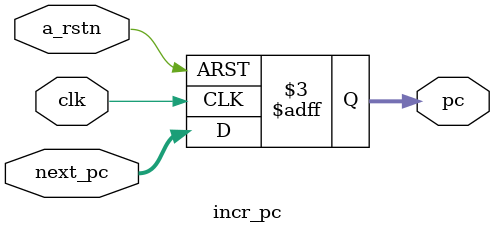
<source format=sv>
module incr_pc(
    input logic clk,
    input logic a_rstn,
    input logic [31:0] next_pc,
    output logic [31:0] pc
);

    always_ff @(posedge clk, negedge a_rstn) begin
        if(!a_rstn) begin
            pc <= 32'h0000_0000;
        end else begin
            pc <= next_pc;
        end
    end
    
endmodule : incr_pc
</source>
